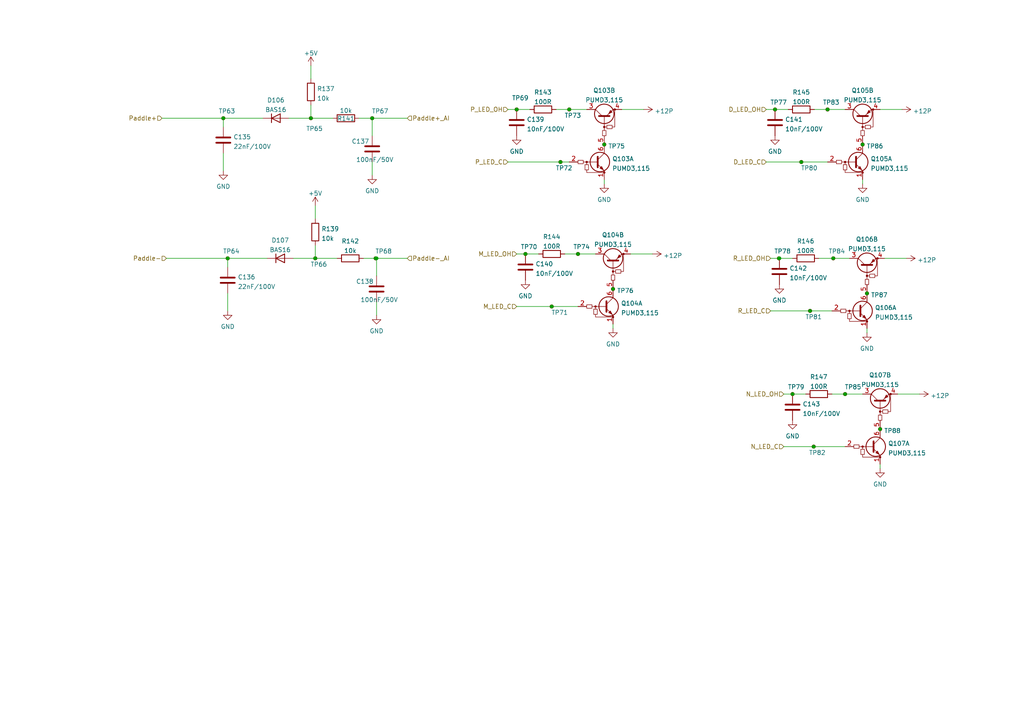
<source format=kicad_sch>
(kicad_sch (version 20211123) (generator eeschema)
  (paper "A4")
  (lib_symbols
    (symbol "C_1" (pin_numbers hide) (pin_names (offset 0.254))
      (property "Reference" "C" (at 0.635 2.54 0))
      (property "Value" "C_1" (at 0.635 -2.54 0))
      (symbol "C_1_0_1"
        (polyline (pts (xy -2.032 -0.762) (xy 2.032 -0.762)) (stroke (width 0.508)))
        (polyline (pts (xy -2.032 0.762) (xy 2.032 0.762)) (stroke (width 0.508)))
      )
      (symbol "C_1_1_1"
        (pin passive line (at 0 3.81 270) (length 2.794) (name "~") (number "1"))
        (pin passive line (at 0 -3.81 90) (length 2.794) (name "~") (number "2"))
      )
    )
    (symbol "C_2" (pin_numbers hide) (pin_names (offset 0.254))
      (property "Reference" "C" (at 0.635 2.54 0))
      (property "Value" "C_2" (at 0.635 -2.54 0))
      (symbol "C_2_0_1"
        (polyline (pts (xy -2.032 -0.762) (xy 2.032 -0.762)) (stroke (width 0.508)))
        (polyline (pts (xy -2.032 0.762) (xy 2.032 0.762)) (stroke (width 0.508)))
      )
      (symbol "C_2_1_1"
        (pin passive line (at 0 3.81 270) (length 2.794) (name "~") (number "1"))
        (pin passive line (at 0 -3.81 90) (length 2.794) (name "~") (number "2"))
      )
    )
    (symbol "C_5" (pin_numbers hide) (pin_names (offset 0.254))
      (property "Reference" "C" (at 0.635 2.54 0))
      (property "Value" "C_5" (at 0.635 -2.54 0))
      (symbol "C_5_0_1"
        (polyline (pts (xy -2.032 -0.762) (xy 2.032 -0.762)) (stroke (width 0.508)))
        (polyline (pts (xy -2.032 0.762) (xy 2.032 0.762)) (stroke (width 0.508)))
      )
      (symbol "C_5_1_1"
        (pin passive line (at 0 3.81 270) (length 2.794) (name "~") (number "1"))
        (pin passive line (at 0 -3.81 90) (length 2.794) (name "~") (number "2"))
      )
    )
    (symbol "C_6" (pin_numbers hide) (pin_names (offset 0.254))
      (property "Reference" "C" (at 0.635 2.54 0))
      (property "Value" "C_6" (at 0.635 -2.54 0))
      (symbol "C_6_0_1"
        (polyline (pts (xy -2.032 -0.762) (xy 2.032 -0.762)) (stroke (width 0.508)))
        (polyline (pts (xy -2.032 0.762) (xy 2.032 0.762)) (stroke (width 0.508)))
      )
      (symbol "C_6_1_1"
        (pin passive line (at 0 3.81 270) (length 2.794) (name "~") (number "1"))
        (pin passive line (at 0 -3.81 90) (length 2.794) (name "~") (number "2"))
      )
    )
    (symbol "C_7" (pin_numbers hide) (pin_names (offset 0.254))
      (property "Reference" "C" (at 0.635 2.54 0))
      (property "Value" "C_7" (at 0.635 -2.54 0))
      (symbol "C_7_0_1"
        (polyline (pts (xy -2.032 -0.762) (xy 2.032 -0.762)) (stroke (width 0.508)))
        (polyline (pts (xy -2.032 0.762) (xy 2.032 0.762)) (stroke (width 0.508)))
      )
      (symbol "C_7_1_1"
        (pin passive line (at 0 3.81 270) (length 2.794) (name "~") (number "1"))
        (pin passive line (at 0 -3.81 90) (length 2.794) (name "~") (number "2"))
      )
    )
    (symbol "C_8" (pin_numbers hide) (pin_names (offset 0.254))
      (property "Reference" "C" (at 0.635 2.54 0))
      (property "Value" "C_8" (at 0.635 -2.54 0))
      (symbol "C_8_0_1"
        (polyline (pts (xy -2.032 -0.762) (xy 2.032 -0.762)) (stroke (width 0.508)))
        (polyline (pts (xy -2.032 0.762) (xy 2.032 0.762)) (stroke (width 0.508)))
      )
      (symbol "C_8_1_1"
        (pin passive line (at 0 3.81 270) (length 2.794) (name "~") (number "1"))
        (pin passive line (at 0 -3.81 90) (length 2.794) (name "~") (number "2"))
      )
    )
    (symbol "Connector:TestPoint_Small" (pin_numbers hide) (pin_names (offset 0.762) hide)
      (property "Reference" "TP" (at 0 3.81 0))
      (property "Value" "TestPoint_Small" (at 0 2.032 0))
      (symbol "TestPoint_Small_0_1"
        (circle (center 0 0) (radius 0.508))
      )
      (symbol "TestPoint_Small_1_1"
        (pin passive line (at 0 0 90) (length 0) (name "1") (number "1"))
      )
    )
    (symbol "Device:C" (pin_numbers hide) (pin_names (offset 0.254))
      (property "Reference" "C" (at 0.635 2.54 0))
      (property "Value" "C" (at 0.635 -2.54 0))
      (symbol "C_0_1"
        (polyline (pts (xy -2.032 -0.762) (xy 2.032 -0.762)) (stroke (width 0.508)))
        (polyline (pts (xy -2.032 0.762) (xy 2.032 0.762)) (stroke (width 0.508)))
      )
      (symbol "C_1_1"
        (pin passive line (at 0 3.81 270) (length 2.794) (name "~") (number "1"))
        (pin passive line (at 0 -3.81 90) (length 2.794) (name "~") (number "2"))
      )
    )
    (symbol "Device:D" (pin_numbers hide) (pin_names (offset 1.016) hide)
      (property "Reference" "D" (at 0 2.54 0))
      (property "Value" "D" (at 0 -2.54 0))
      (symbol "D_0_1"
        (polyline (pts (xy -1.27 1.27) (xy -1.27 -1.27)) (stroke (width 0.254)))
        (polyline (pts (xy 1.27 0) (xy -1.27 0)))
        (polyline (pts (xy 1.27 1.27) (xy 1.27 -1.27) (xy -1.27 0) (xy 1.27 1.27)) (stroke (width 0.254)))
      )
      (symbol "D_1_1"
        (pin passive line (at -3.81 0 0) (length 2.54) (name "K") (number "1"))
        (pin passive line (at 3.81 0 180) (length 2.54) (name "A") (number "2"))
      )
    )
    (symbol "Device:Q_Dual_NPN_PNP_BRT_E1B1C2E2B2C1" (pin_names hide)
      (property "Reference" "Q" (at 3.81 1.27 0))
      (property "Value" "Q_Dual_NPN_PNP_BRT_E1B1C2E2B2C1" (at 3.81 -1.27 0))
      (symbol "Q_Dual_NPN_PNP_BRT_E1B1C2E2B2C1_0_1"
        (rectangle (start -6.35 0.508) (end -4.826 -0.508))
        (rectangle (start -4.318 -2.286) (end -3.302 -0.762))
        (circle (center -3.81 0) (radius 0.254) (fill (type outline)))
        (polyline (pts (xy -3.81 -0.762) (xy -3.81 0)))
        (polyline (pts (xy -0.762 0) (xy -4.826 0)))
        (polyline (pts (xy -0.635 1.524) (xy -0.635 -1.524)) (stroke (width 0.508)))
        (polyline (pts (xy -3.81 -2.286) (xy -3.81 -3.048) (xy 1.27 -3.048)))
        (circle (center 1.27 -3.048) (radius 0.254) (fill (type outline)))
      )
      (symbol "Q_Dual_NPN_PNP_BRT_E1B1C2E2B2C1_1_1"
        (polyline (pts (xy -0.635 0.635) (xy 1.27 2.54)))
        (polyline (pts (xy -0.635 -0.635) (xy 1.27 -2.54) (xy 1.27 -2.54)))
        (polyline (pts (xy 0 -1.778) (xy 0.508 -1.27) (xy 1.016 -2.286) (xy 0 -1.778) (xy 0 -1.778)) (fill (type outline)))
        (circle (center 0 0) (radius 2.8194) (stroke (width 0.254)))
        (pin passive line (at 1.27 -5.08 90) (length 2.54) (name "E1") (number "1"))
        (pin input line (at -8.89 0 0) (length 2.54) (name "B1") (number "2"))
        (pin passive line (at 1.27 5.08 270) (length 2.54) (name "C1") (number "6"))
      )
      (symbol "Q_Dual_NPN_PNP_BRT_E1B1C2E2B2C1_2_1"
        (polyline (pts (xy -0.635 0.635) (xy 1.27 2.54)))
        (polyline (pts (xy -0.635 -0.635) (xy 1.27 -2.54) (xy 1.27 -2.54)))
        (polyline (pts (xy 1.016 -1.778) (xy 0.508 -2.286) (xy 0 -1.27) (xy 1.016 -1.778) (xy 1.016 -1.778)) (fill (type outline)))
        (circle (center 0 0) (radius 2.8194) (stroke (width 0.254)))
        (pin passive line (at 1.27 5.08 270) (length 2.54) (name "C1") (number "3"))
        (pin passive line (at 1.27 -5.08 90) (length 2.54) (name "E1") (number "4"))
        (pin input line (at -8.89 0 0) (length 2.54) (name "B1") (number "5"))
      )
    )
    (symbol "Device:R" (pin_numbers hide) (pin_names (offset 0))
      (property "Reference" "R" (at 2.032 0 90))
      (property "Value" "R" (at 0 0 90))
      (symbol "R_0_1"
        (rectangle (start -1.016 -2.54) (end 1.016 2.54) (stroke (width 0.254)))
      )
      (symbol "R_1_1"
        (pin passive line (at 0 3.81 270) (length 1.27) (name "~") (number "1"))
        (pin passive line (at 0 -3.81 90) (length 1.27) (name "~") (number "2"))
      )
    )
    (symbol "power:+12P" (power) (pin_names (offset 0))
      (property "Value" "+12P" (at 0 3.556 0))
      (symbol "+12P_0_1"
        (polyline (pts (xy -0.762 1.27) (xy 0 2.54)))
        (polyline (pts (xy 0 0) (xy 0 2.54)))
        (polyline (pts (xy 0 2.54) (xy 0.762 1.27)))
      )
      (symbol "+12P_1_1"
        (pin power_in line (at 0 0 90) (length 0) hide (name "+12P") (number "1"))
      )
    )
    (symbol "power:+5V" (power) (pin_names (offset 0))
      (property "Value" "+5V" (at 0 3.556 0))
      (symbol "+5V_0_1"
        (polyline (pts (xy -0.762 1.27) (xy 0 2.54)))
        (polyline (pts (xy 0 0) (xy 0 2.54)))
        (polyline (pts (xy 0 2.54) (xy 0.762 1.27)))
      )
      (symbol "+5V_1_1"
        (pin power_in line (at 0 0 90) (length 0) hide (name "+5V") (number "1"))
      )
    )
    (symbol "power:GND" (power) (pin_names (offset 0))
      (property "Value" "GND" (at 0 -3.81 0))
      (symbol "GND_0_1"
        (polyline (pts (xy 0 0) (xy 0 -1.27) (xy 1.27 -1.27) (xy 0 -2.54) (xy -1.27 -1.27) (xy 0 -1.27)))
      )
      (symbol "GND_1_1"
        (pin power_in line (at 0 0 270) (length 0) hide (name "GND") (number "1"))
      )
    )
  )
  (junction (at 224.79 31.75))
  (junction (at 232.41 46.99))
  (junction (at 241.6842 74.93))
  (junction (at 175.26 41.91))
  (junction (at 162.56 46.99))
  (junction (at 240.03 31.75))
  (junction (at 167.64 73.66))
  (junction (at 251.46 85.09))
  (junction (at 229.87 114.3))
  (junction (at 245.11 114.3))
  (junction (at 64.77 34.29))
  (junction (at 160.02 88.9))
  (junction (at 177.8 83.82))
  (junction (at 250.19 41.91))
  (junction (at 165.1 31.75))
  (junction (at 234.95 90.17))
  (junction (at 152.4 73.66))
  (junction (at 107.95 34.29))
  (junction (at 91.44 74.93))
  (junction (at 236.0066 129.54))
  (junction (at 90.17 34.29))
  (junction (at 226.06 74.93))
  (junction (at 225.9339 74.93))
  (junction (at 66.04 74.93))
  (junction (at 255.27 124.46))
  (junction (at 149.86 31.75))
  (junction (at 108.9564 74.93))
  (junction (at 109.22 74.93))
  (wire (pts (xy 226.06 74.93) (xy 229.87 74.93)))
  (wire (pts (xy 255.27 134.62) (xy 255.27 135.89)))
  (wire (pts (xy 66.04 85.09) (xy 66.04 90.17)))
  (wire (pts (xy 90.17 30.48) (xy 90.17 34.29)))
  (wire (pts (xy 83.82 34.29) (xy 90.17 34.29)))
  (wire (pts (xy 90.17 34.29) (xy 96.52 34.29)))
  (wire (pts (xy 256.54 74.93) (xy 262.89 74.93)))
  (wire (pts (xy 109.22 74.93) (xy 118.11 74.93)))
  (wire (pts (xy 236.22 31.75) (xy 240.03 31.75)))
  (wire (pts (xy 240.03 31.75) (xy 245.11 31.75)))
  (wire (pts (xy 229.87 114.3) (xy 233.68 114.3)))
  (wire (pts (xy 64.77 44.45) (xy 64.77 49.53)))
  (wire (pts (xy 182.88 73.66) (xy 189.23 73.66)))
  (wire (pts (xy 260.35 114.3) (xy 266.7 114.3)))
  (wire (pts (xy 147.32 31.75) (xy 149.86 31.75)))
  (wire (pts (xy 149.86 31.75) (xy 153.67 31.75)))
  (wire (pts (xy 91.44 59.69) (xy 91.44 63.5)))
  (wire (pts (xy 241.3 114.3) (xy 245.11 114.3)))
  (wire (pts (xy 245.11 114.3) (xy 250.19 114.3)))
  (wire (pts (xy 175.26 52.07) (xy 175.26 53.34)))
  (wire (pts (xy 161.29 31.75) (xy 165.1 31.75)))
  (wire (pts (xy 165.1 31.75) (xy 170.18 31.75)))
  (wire (pts (xy 223.52 90.17) (xy 234.95 90.17)))
  (wire (pts (xy 234.95 90.17) (xy 241.3 90.17)))
  (wire (pts (xy 237.49 74.93) (xy 241.6842 74.93)))
  (wire (pts (xy 241.6842 74.93) (xy 246.38 74.93)))
  (wire (pts (xy 149.86 88.9) (xy 160.02 88.9)))
  (wire (pts (xy 160.02 88.9) (xy 167.64 88.9)))
  (wire (pts (xy 90.17 19.05) (xy 90.17 22.86)))
  (wire (pts (xy 66.04 74.93) (xy 66.04 77.47)))
  (wire (pts (xy 149.86 73.66) (xy 152.4 73.66)))
  (wire (pts (xy 64.77 34.29) (xy 64.77 36.83)))
  (wire (pts (xy 64.77 34.29) (xy 76.2 34.29)))
  (wire (pts (xy 227.33 129.54) (xy 236.0066 129.54)))
  (wire (pts (xy 236.0066 129.54) (xy 245.11 129.54)))
  (wire (pts (xy 107.95 34.29) (xy 118.11 34.29)))
  (wire (pts (xy 223.52 74.93) (xy 225.9339 74.93)))
  (wire (pts (xy 225.9339 74.93) (xy 226.06 74.93)))
  (wire (pts (xy 85.09 74.93) (xy 91.44 74.93)))
  (wire (pts (xy 177.8 93.98) (xy 177.8 95.25)))
  (wire (pts (xy 48.26 74.93) (xy 66.04 74.93)))
  (wire (pts (xy 91.44 71.12) (xy 91.44 74.93)))
  (wire (pts (xy 250.19 52.07) (xy 250.19 53.34)))
  (wire (pts (xy 251.46 95.25) (xy 251.46 96.52)))
  (wire (pts (xy 105.41 74.93) (xy 108.9564 74.93)))
  (wire (pts (xy 108.9564 74.93) (xy 109.22 74.93)))
  (wire (pts (xy 46.99 34.29) (xy 64.77 34.29)))
  (wire (pts (xy 104.14 34.29) (xy 107.95 34.29)))
  (wire (pts (xy 107.95 34.29) (xy 107.95 39.37)))
  (wire (pts (xy 255.27 31.75) (xy 261.62 31.75)))
  (wire (pts (xy 227.33 114.3) (xy 229.87 114.3)))
  (wire (pts (xy 224.79 31.75) (xy 228.6 31.75)))
  (wire (pts (xy 163.83 73.66) (xy 167.64 73.66)))
  (wire (pts (xy 167.64 73.66) (xy 172.72 73.66)))
  (wire (pts (xy 147.32 46.99) (xy 162.56 46.99)))
  (wire (pts (xy 162.56 46.99) (xy 165.1 46.99)))
  (wire (pts (xy 152.4 73.66) (xy 156.21 73.66)))
  (wire (pts (xy 222.25 46.99) (xy 232.41 46.99)))
  (wire (pts (xy 232.41 46.99) (xy 240.03 46.99)))
  (wire (pts (xy 109.22 74.93) (xy 109.22 80.01)))
  (wire (pts (xy 66.04 74.93) (xy 77.47 74.93)))
  (wire (pts (xy 91.44 74.93) (xy 97.79 74.93)))
  (wire (pts (xy 180.34 31.75) (xy 186.69 31.75)))
  (wire (pts (xy 107.95 46.99) (xy 107.95 50.8)))
  (wire (pts (xy 222.25 31.75) (xy 224.79 31.75)))
  (wire (pts (xy 109.22 87.63) (xy 109.22 91.44)))
  (hierarchical_label "N_LED_OH" (shape input) (at 227.33 114.3 180))
  (hierarchical_label "P_LED_C" (shape input) (at 147.32 46.99 180))
  (hierarchical_label "M_LED_C" (shape input) (at 149.86 88.9 180))
  (hierarchical_label "Paddle-" (shape input) (at 48.26 74.93 180))
  (hierarchical_label "Paddle-_AI" (shape input) (at 118.11 74.93 0))
  (hierarchical_label "M_LED_OH" (shape input) (at 149.86 73.66 180))
  (hierarchical_label "Paddle+_AI" (shape input) (at 118.11 34.29 0))
  (hierarchical_label "D_LED_C" (shape input) (at 222.25 46.99 180))
  (hierarchical_label "Paddle+" (shape input) (at 46.99 34.29 180))
  (hierarchical_label "R_LED_OH" (shape input) (at 223.52 74.93 180))
  (hierarchical_label "N_LED_C" (shape input) (at 227.33 129.54 180))
  (hierarchical_label "R_LED_C" (shape input) (at 223.52 90.17 180))
  (hierarchical_label "D_LED_OH" (shape input) (at 222.25 31.75 180))
  (hierarchical_label "P_LED_OH" (shape input) (at 147.32 31.75 180))
  (symbol (lib_id "Device:Q_Dual_NPN_PNP_BRT_E1B1C2E2B2C1") (at 176.53 88.9 0) (unit 1)
    (property "Reference" "Q104" (at 180.1113 87.9915 0) (effects (justify left)))
    (property "Value" "PUMD3,115" (at 180.1113 90.7666 0) (effects (justify left)))
    (property "Footprint" "Package_TO_SOT_SMD:SOT-363_SC-70-6" (effects hide))
    (property "Description" "TRANS PREBIAS NPN/PNP 6TSSOP" (effects hide))
    (property "Manufacturer" "Nexperia USA Inc." (effects hide))
    (property "Manufacturer Product Number" "PUMD3,115" (effects hide))
    (property "Descriptions" "TRANS PREBIAS NPN/PNP 6TSSOP" (effects hide))
  )
  (symbol (lib_id "Device:D") (at 80.01 34.29 0) (unit 1)
    (property "Reference" "D106" (at 80.01 29.0535 0))
    (property "Value" "BAS16" (at 80.01 31.8286 0))
    (property "Footprint" "Diode_SMD:D_SOD-123" (effects hide))
    (property "Manufacturer" "Nexperia(安世)" (effects hide))
    (property "Manufacturer Product Number" "BAS16GW" (effects hide))
    (property "Description" "DIODE GEN PURP 100V 215MA SOD123" (effects hide))
    (property "Descriptions" "DIODE GEN PURP 100V 215MA SOD123" (effects hide))
  )
  (symbol (lib_id "Device:Q_Dual_NPN_PNP_BRT_E1B1C2E2B2C1") (at 255.27 115.57 90) (unit 2)
    (property "Reference" "Q107" (at 255.27 108.784 90))
    (property "Value" "PUMD3,115" (at 255.27 111.5591 90))
    (property "Footprint" "Package_TO_SOT_SMD:SOT-363_SC-70-6" (effects hide))
    (property "Description" "TRANS PREBIAS NPN/PNP 6TSSOP" (effects hide))
    (property "Manufacturer" "Nexperia USA Inc." (effects hide))
    (property "Manufacturer Product Number" "PUMD3,115" (effects hide))
    (property "Descriptions" "TRANS PREBIAS NPN/PNP 6TSSOP" (effects hide))
  )
  (symbol (lib_id "Connector:TestPoint_Small") (at 255.27 124.46 180) (unit 1)
    (property "Reference" "TP88" (at 256.413 124.939 0) (effects (justify right)))
    (property "Value" "TestPoint_Small" (effects hide))
    (property "Footprint" "TestPoint:TestPoint_Pad_D1.0mm" (effects hide))
  )
  (symbol (lib_id "power:GND") (at 109.22 91.44 0) (unit 1)
    (property "Reference" "#PWR0160" (effects hide))
    (property "Value" "GND" (at 109.22 96.0024 0))
  )
  (symbol (lib_id "Connector:TestPoint_Small") (at 229.87 114.3 180) (unit 1)
    (property "Reference" "TP79" (at 228.473 112.239 0) (effects (justify right)))
    (property "Value" "TestPoint_Small" (effects hide))
    (property "Footprint" "TestPoint:TestPoint_Pad_D1.0mm" (effects hide))
  )
  (symbol (lib_id "power:+12P") (at 266.7 114.3 270) (unit 1)
    (property "Reference" "#PWR0175" (effects hide))
    (property "Value" "+12P" (at 269.8749 114.779 90) (effects (justify left)))
  )
  (symbol (lib_id "Device:R") (at 157.48 31.75 90) (unit 1)
    (property "Reference" "R143" (at 157.48 26.7675 90))
    (property "Value" "100R" (at 157.48 29.5426 90))
    (property "Footprint" "Resistor_SMD:R_1206_3216Metric" (effects hide))
    (property "Manufacturer" "RESI(开步睿思)" (effects hide))
    (property "Description" "RES 100R 1% 1/4W 1206" (effects hide))
    (property "Manufacturer Product Number" "AECR1206F100RK9" (effects hide))
    (property "Descriptions" "RES 100R 1% 1/4W 1206" (effects hide))
  )
  (symbol (lib_id "Connector:TestPoint_Small") (at 64.77 34.29 180) (unit 1)
    (property "Reference" "TP63" (at 63.373 32.229 0) (effects (justify right)))
    (property "Value" "TestPoint_Small" (effects hide))
    (property "Footprint" "TestPoint:TestPoint_Pad_D1.0mm" (effects hide))
  )
  (symbol (lib_id "Connector:TestPoint_Small") (at 236.0066 129.54 180) (unit 1)
    (property "Reference" "TP82" (at 234.6096 131.289 0) (effects (justify right)))
    (property "Value" "TestPoint_Small" (effects hide))
    (property "Footprint" "TestPoint:TestPoint_Pad_D1.0mm" (effects hide))
  )
  (symbol (lib_id "power:GND") (at 229.87 121.92 0) (unit 1)
    (property "Reference" "#PWR0169" (effects hide))
    (property "Value" "GND" (at 229.87 126.4824 0))
  )
  (symbol (lib_id "power:GND") (at 251.46 96.52 0) (unit 1)
    (property "Reference" "#PWR0171" (effects hide))
    (property "Value" "GND" (at 251.46 101.0824 0))
  )
  (symbol (lib_id "Device:D") (at 81.28 74.93 0) (unit 1)
    (property "Reference" "D107" (at 81.28 69.6935 0))
    (property "Value" "BAS16" (at 81.28 72.4686 0))
    (property "Footprint" "Diode_SMD:D_SOD-123" (effects hide))
    (property "Manufacturer" "Nexperia(安世)" (effects hide))
    (property "Manufacturer Product Number" "BAS16GW" (effects hide))
    (property "Description" "DIODE GEN PURP 100V 215MA SOD123" (effects hide))
    (property "Descriptions" "DIODE GEN PURP 100V 215MA SOD123" (effects hide))
  )
  (symbol (lib_id "Device:Q_Dual_NPN_PNP_BRT_E1B1C2E2B2C1") (at 173.99 46.99 0) (unit 1)
    (property "Reference" "Q103" (at 177.5713 46.0815 0) (effects (justify left)))
    (property "Value" "PUMD3,115" (at 177.5713 48.8566 0) (effects (justify left)))
    (property "Footprint" "Package_TO_SOT_SMD:SOT-363_SC-70-6" (effects hide))
    (property "Description" "TRANS PREBIAS NPN/PNP 6TSSOP" (effects hide))
    (property "Manufacturer" "Nexperia USA Inc." (effects hide))
    (property "Manufacturer Product Number" "PUMD3,115" (effects hide))
    (property "Descriptions" "TRANS PREBIAS NPN/PNP 6TSSOP" (effects hide))
  )
  (symbol (lib_id "Connector:TestPoint_Small") (at 225.9339 74.93 180) (unit 1)
    (property "Reference" "TP78" (at 224.5369 72.869 0) (effects (justify right)))
    (property "Value" "TestPoint_Small" (effects hide))
    (property "Footprint" "TestPoint:TestPoint_Pad_D1.0mm" (effects hide))
  )
  (symbol (lib_id "Device:Q_Dual_NPN_PNP_BRT_E1B1C2E2B2C1") (at 251.46 76.2 90) (unit 2)
    (property "Reference" "Q106" (at 251.46 69.414 90))
    (property "Value" "PUMD3,115" (at 251.46 72.1891 90))
    (property "Footprint" "Package_TO_SOT_SMD:SOT-363_SC-70-6" (effects hide))
    (property "Description" "TRANS PREBIAS NPN/PNP 6TSSOP" (effects hide))
    (property "Manufacturer" "Nexperia USA Inc." (effects hide))
    (property "Manufacturer Product Number" "PUMD3,115" (effects hide))
    (property "Descriptions" "TRANS PREBIAS NPN/PNP 6TSSOP" (effects hide))
  )
  (symbol (lib_id "Connector:TestPoint_Small") (at 107.95 34.29 180) (unit 1)
    (property "Reference" "TP67" (at 107.823 32.229 0) (effects (justify right)))
    (property "Value" "TestPoint_Small" (effects hide))
    (property "Footprint" "TestPoint:TestPoint_Pad_D1.0mm" (effects hide))
  )
  (symbol (lib_id "Device:C") (at 229.87 118.11 0) (unit 1)
    (property "Reference" "C143" (at 232.791 117.2015 0) (effects (justify left)))
    (property "Value" "10nF/100V" (at 232.791 119.9766 0) (effects (justify left)))
    (property "Footprint" "Capacitor_SMD:C_0603_1608Metric" (effects hide))
    (property "Manufacturer Product Number" "AC0603KRX7R0BB103" (effects hide))
    (property "Manufacturer" "YAGEO" (effects hide))
    (property "Description" "CAP CER 10nF 100V X7R 0603" (effects hide))
    (property "Descriptions" "CAP CER 10nF 100V X7R 0603" (effects hide))
  )
  (symbol (lib_name "C_5") (lib_id "Device:C") (at 152.4 77.47 0) (unit 1)
    (property "Reference" "C140" (at 155.321 76.5615 0) (effects (justify left)))
    (property "Value" "10nF/100V" (at 155.321 79.3366 0) (effects (justify left)))
    (property "Footprint" "Capacitor_SMD:C_0603_1608Metric" (effects hide))
    (property "Manufacturer Product Number" "AC0603KRX7R0BB103" (effects hide))
    (property "Manufacturer" "YAGEO" (effects hide))
    (property "Description" "CAP CER 10nF 100V X7R 0603" (effects hide))
    (property "Descriptions" "CAP CER 10nF 100V X7R 0603" (effects hide))
  )
  (symbol (lib_name "C_2") (lib_id "Device:C") (at 64.77 40.64 0) (unit 1)
    (property "Reference" "C135" (at 67.691 39.7315 0) (effects (justify left)))
    (property "Value" "22nF/100V" (at 67.691 42.5066 0) (effects (justify left)))
    (property "Footprint" "Capacitor_SMD:C_0603_1608Metric" (effects hide))
    (property "Manufacturer Product Number" "AC0603KRX7R0BB223" (effects hide))
    (property "Manufacturer" "YAGEO" (effects hide))
    (property "Description" "CAP CER 22nF 100V X7R 0603" (effects hide))
    (property "Descriptions" "CAP CER 22nF 100V X7R 0603" (effects hide))
  )
  (symbol (lib_id "power:GND") (at 152.4 81.28 0) (unit 1)
    (property "Reference" "#PWR0162" (effects hide))
    (property "Value" "GND" (at 152.4 85.8424 0))
  )
  (symbol (lib_id "Connector:TestPoint_Small") (at 90.17 34.29 180) (unit 1)
    (property "Reference" "TP65" (at 88.773 37.309 0) (effects (justify right)))
    (property "Value" "TestPoint_Small" (effects hide))
    (property "Footprint" "TestPoint:TestPoint_Pad_D1.0mm" (effects hide))
  )
  (symbol (lib_id "Device:Q_Dual_NPN_PNP_BRT_E1B1C2E2B2C1") (at 254 129.54 0) (unit 1)
    (property "Reference" "Q107" (at 257.5813 128.6315 0) (effects (justify left)))
    (property "Value" "PUMD3,115" (at 257.5813 131.4066 0) (effects (justify left)))
    (property "Footprint" "Package_TO_SOT_SMD:SOT-363_SC-70-6" (effects hide))
    (property "Description" "TRANS PREBIAS NPN/PNP 6TSSOP" (effects hide))
    (property "Manufacturer" "Nexperia USA Inc." (effects hide))
    (property "Manufacturer Product Number" "PUMD3,115" (effects hide))
    (property "Descriptions" "TRANS PREBIAS NPN/PNP 6TSSOP" (effects hide))
  )
  (symbol (lib_id "Connector:TestPoint_Small") (at 234.95 90.17 180) (unit 1)
    (property "Reference" "TP81" (at 233.553 91.919 0) (effects (justify right)))
    (property "Value" "TestPoint_Small" (effects hide))
    (property "Footprint" "TestPoint:TestPoint_Pad_D1.0mm" (effects hide))
  )
  (symbol (lib_id "Device:R") (at 91.44 67.31 180) (unit 1)
    (property "Reference" "R139" (at 93.218 66.4015 0) (effects (justify right)))
    (property "Value" "10k" (at 93.218 69.1766 0) (effects (justify right)))
    (property "Footprint" "Resistor_SMD:R_0603_1608Metric" (effects hide))
    (property "Manufacturer" "RESI(开步睿思)" (effects hide))
    (property "Description" "RES 10k 1% 1/10W 0603" (effects hide))
    (property "Manufacturer Product Number" "AECR0603F10K0K9" (effects hide))
    (property "Descriptions" "RES 10k 1% 1/10W 0603" (effects hide))
  )
  (symbol (lib_id "Connector:TestPoint_Small") (at 160.02 88.9 180) (unit 1)
    (property "Reference" "TP71" (at 159.893 90.649 0) (effects (justify right)))
    (property "Value" "TestPoint_Small" (effects hide))
    (property "Footprint" "TestPoint:TestPoint_Pad_D1.0mm" (effects hide))
  )
  (symbol (lib_id "Connector:TestPoint_Small") (at 240.03 31.75 180) (unit 1)
    (property "Reference" "TP83" (at 238.633 29.689 0) (effects (justify right)))
    (property "Value" "TestPoint_Small" (effects hide))
    (property "Footprint" "TestPoint:TestPoint_Pad_D1.0mm" (effects hide))
  )
  (symbol (lib_id "Connector:TestPoint_Small") (at 66.04 74.93 180) (unit 1)
    (property "Reference" "TP64" (at 64.643 72.869 0) (effects (justify right)))
    (property "Value" "TestPoint_Small" (effects hide))
    (property "Footprint" "TestPoint:TestPoint_Pad_D1.0mm" (effects hide))
  )
  (symbol (lib_id "power:GND") (at 64.77 49.53 0) (unit 1)
    (property "Reference" "#PWR0153" (effects hide))
    (property "Value" "GND" (at 64.77 54.0924 0))
  )
  (symbol (lib_id "power:+12P") (at 261.62 31.75 270) (unit 1)
    (property "Reference" "#PWR0173" (effects hide))
    (property "Value" "+12P" (at 264.7949 32.229 90) (effects (justify left)))
  )
  (symbol (lib_id "Device:R") (at 237.49 114.3 90) (unit 1)
    (property "Reference" "R147" (at 237.49 109.3175 90))
    (property "Value" "100R" (at 237.49 112.0926 90))
    (property "Footprint" "Resistor_SMD:R_1206_3216Metric" (effects hide))
    (property "Manufacturer" "RESI(开步睿思)" (effects hide))
    (property "Description" "RES 100R 1% 1/4W 1206" (effects hide))
    (property "Manufacturer Product Number" "AECR1206F100RK9" (effects hide))
    (property "Descriptions" "RES 100R 1% 1/4W 1206" (effects hide))
  )
  (symbol (lib_id "power:GND") (at 149.86 39.37 0) (unit 1)
    (property "Reference" "#PWR0161" (effects hide))
    (property "Value" "GND" (at 149.86 43.9324 0))
  )
  (symbol (lib_id "Connector:TestPoint_Small") (at 175.26 41.91 180) (unit 1)
    (property "Reference" "TP75" (at 176.403 42.389 0) (effects (justify right)))
    (property "Value" "TestPoint_Small" (effects hide))
    (property "Footprint" "TestPoint:TestPoint_Pad_D1.0mm" (effects hide))
  )
  (symbol (lib_id "Connector:TestPoint_Small") (at 167.64 73.66 180) (unit 1)
    (property "Reference" "TP74" (at 166.243 71.599 0) (effects (justify right)))
    (property "Value" "TestPoint_Small" (effects hide))
    (property "Footprint" "TestPoint:TestPoint_Pad_D1.0mm" (effects hide))
  )
  (symbol (lib_id "Connector:TestPoint_Small") (at 108.9564 74.93 180) (unit 1)
    (property "Reference" "TP68" (at 108.8294 72.869 0) (effects (justify right)))
    (property "Value" "TestPoint_Small" (effects hide))
    (property "Footprint" "TestPoint:TestPoint_Pad_D1.0mm" (effects hide))
  )
  (symbol (lib_id "Connector:TestPoint_Small") (at 177.8 83.82 180) (unit 1)
    (property "Reference" "TP76" (at 178.943 84.299 0) (effects (justify right)))
    (property "Value" "TestPoint_Small" (effects hide))
    (property "Footprint" "TestPoint:TestPoint_Pad_D1.0mm" (effects hide))
  )
  (symbol (lib_id "power:GND") (at 255.27 135.89 0) (unit 1)
    (property "Reference" "#PWR0172" (effects hide))
    (property "Value" "GND" (at 255.27 140.4524 0))
  )
  (symbol (lib_id "power:GND") (at 250.19 53.34 0) (unit 1)
    (property "Reference" "#PWR0170" (effects hide))
    (property "Value" "GND" (at 250.19 57.9024 0))
  )
  (symbol (lib_id "Device:R") (at 233.68 74.93 90) (unit 1)
    (property "Reference" "R146" (at 233.68 69.9475 90))
    (property "Value" "100R" (at 233.68 72.7226 90))
    (property "Footprint" "Resistor_SMD:R_1206_3216Metric" (effects hide))
    (property "Manufacturer" "RESI(开步睿思)" (effects hide))
    (property "Description" "RES 100R 1% 1/4W 1206" (effects hide))
    (property "Manufacturer Product Number" "AECR1206F100RK9" (effects hide))
    (property "Descriptions" "RES 100R 1% 1/4W 1206" (effects hide))
  )
  (symbol (lib_id "Device:R") (at 101.6 74.93 270) (unit 1)
    (property "Reference" "R142" (at 101.6 69.9475 90))
    (property "Value" "10k" (at 101.6 72.7226 90))
    (property "Footprint" "Resistor_SMD:R_0603_1608Metric" (effects hide))
    (property "Manufacturer" "RESI(开步睿思)" (effects hide))
    (property "Description" "RES 10k 1% 1/10W 0603" (effects hide))
    (property "Manufacturer Product Number" "AECR0603F10K0K9" (effects hide))
    (property "Descriptions" "RES 10k 1% 1/10W 0603" (effects hide))
  )
  (symbol (lib_id "power:GND") (at 226.06 82.55 0) (unit 1)
    (property "Reference" "#PWR0168" (effects hide))
    (property "Value" "GND" (at 226.06 87.1124 0))
  )
  (symbol (lib_id "power:GND") (at 107.95 50.8 0) (unit 1)
    (property "Reference" "#PWR0159" (effects hide))
    (property "Value" "GND" (at 107.95 55.3624 0))
  )
  (symbol (lib_id "Connector:TestPoint_Small") (at 250.19 41.91 180) (unit 1)
    (property "Reference" "TP86" (at 251.333 42.389 0) (effects (justify right)))
    (property "Value" "TestPoint_Small" (effects hide))
    (property "Footprint" "TestPoint:TestPoint_Pad_D1.0mm" (effects hide))
  )
  (symbol (lib_id "power:GND") (at 224.79 39.37 0) (unit 1)
    (property "Reference" "#PWR0167" (effects hide))
    (property "Value" "GND" (at 224.79 43.9324 0))
  )
  (symbol (lib_id "Device:R") (at 100.33 34.29 270) (unit 1)
    (property "Reference" "R141" (at 100.33 34.3875 90))
    (property "Value" "10k" (at 100.33 32.0826 90))
    (property "Footprint" "Resistor_SMD:R_0603_1608Metric" (effects hide))
    (property "Manufacturer" "RESI(开步睿思)" (effects hide))
    (property "Description" "RES 10k 1% 1/10W 0603" (effects hide))
    (property "Manufacturer Product Number" "AECR0603F10K0K9" (effects hide))
    (property "Descriptions" "RES 10k 1% 1/10W 0603" (effects hide))
  )
  (symbol (lib_id "Device:R") (at 160.02 73.66 90) (unit 1)
    (property "Reference" "R144" (at 160.02 68.6775 90))
    (property "Value" "100R" (at 160.02 71.4526 90))
    (property "Footprint" "Resistor_SMD:R_1206_3216Metric" (effects hide))
    (property "Manufacturer" "RESI(开步睿思)" (effects hide))
    (property "Description" "RES 100R 1% 1/4W 1206" (effects hide))
    (property "Manufacturer Product Number" "AECR1206F100RK9" (effects hide))
    (property "Descriptions" "RES 100R 1% 1/4W 1206" (effects hide))
  )
  (symbol (lib_id "Connector:TestPoint_Small") (at 232.41 46.99 180) (unit 1)
    (property "Reference" "TP80" (at 232.283 48.739 0) (effects (justify right)))
    (property "Value" "TestPoint_Small" (effects hide))
    (property "Footprint" "TestPoint:TestPoint_Pad_D1.0mm" (effects hide))
  )
  (symbol (lib_name "C_7") (lib_id "Device:C") (at 109.22 83.82 0) (unit 1)
    (property "Reference" "C138" (at 103.251 81.6415 0) (effects (justify left)))
    (property "Value" "100nF/50V" (at 104.521 86.9566 0) (effects (justify left)))
    (property "Footprint" "Capacitor_SMD:C_0603_1608Metric" (effects hide))
    (property "Manufacturer Product Number" " AC0603KRX7R9BB104" (effects hide))
    (property "Manufacturer" "YAGEO" (effects hide))
    (property "Description" "CAP CER 100nF 50V X7R 0603" (effects hide))
    (property "Descriptions" "CAP CER 100nF 50V X7R 0603" (effects hide))
  )
  (symbol (lib_id "power:GND") (at 175.26 53.34 0) (unit 1)
    (property "Reference" "#PWR0163" (effects hide))
    (property "Value" "GND" (at 175.26 57.9024 0))
  )
  (symbol (lib_id "Connector:TestPoint_Small") (at 251.46 85.09 180) (unit 1)
    (property "Reference" "TP87" (at 252.603 85.569 0) (effects (justify right)))
    (property "Value" "TestPoint_Small" (effects hide))
    (property "Footprint" "TestPoint:TestPoint_Pad_D1.0mm" (effects hide))
  )
  (symbol (lib_id "power:+5V") (at 90.17 19.05 0) (unit 1)
    (property "Reference" "#PWR0155" (effects hide))
    (property "Value" "+5V" (at 90.17 15.4455 0))
  )
  (symbol (lib_id "Device:R") (at 232.41 31.75 90) (unit 1)
    (property "Reference" "R145" (at 232.41 26.7675 90))
    (property "Value" "100R" (at 232.41 29.5426 90))
    (property "Footprint" "Resistor_SMD:R_1206_3216Metric" (effects hide))
    (property "Manufacturer" "RESI(开步睿思)" (effects hide))
    (property "Description" "RES 100R 1% 1/4W 1206" (effects hide))
    (property "Manufacturer Product Number" "AECR1206F100RK9" (effects hide))
    (property "Descriptions" "RES 100R 1% 1/4W 1206" (effects hide))
  )
  (symbol (lib_id "Connector:TestPoint_Small") (at 162.56 46.99 180) (unit 1)
    (property "Reference" "TP72" (at 161.163 48.739 0) (effects (justify right)))
    (property "Value" "TestPoint_Small" (effects hide))
    (property "Footprint" "TestPoint:TestPoint_Pad_D1.0mm" (effects hide))
  )
  (symbol (lib_name "C_1") (lib_id "Device:C") (at 66.04 81.28 0) (unit 1)
    (property "Reference" "C136" (at 68.961 80.3715 0) (effects (justify left)))
    (property "Value" "22nF/100V" (at 68.961 83.1466 0) (effects (justify left)))
    (property "Footprint" "Capacitor_SMD:C_0603_1608Metric" (effects hide))
    (property "Manufacturer Product Number" "AC0603KRX7R0BB223" (effects hide))
    (property "Manufacturer" "YAGEO" (effects hide))
    (property "Description" "CAP CER 22nF 100V X7R 0603" (effects hide))
    (property "Descriptions" "CAP CER 22nF 100V X7R 0603" (effects hide))
  )
  (symbol (lib_id "Device:Q_Dual_NPN_PNP_BRT_E1B1C2E2B2C1") (at 250.19 90.17 0) (unit 1)
    (property "Reference" "Q106" (at 253.7713 89.2615 0) (effects (justify left)))
    (property "Value" "PUMD3,115" (at 253.7713 92.0366 0) (effects (justify left)))
    (property "Footprint" "Package_TO_SOT_SMD:SOT-363_SC-70-6" (effects hide))
    (property "Description" "TRANS PREBIAS NPN/PNP 6TSSOP" (effects hide))
    (property "Manufacturer" "Nexperia USA Inc." (effects hide))
    (property "Manufacturer Product Number" "PUMD3,115" (effects hide))
    (property "Descriptions" "TRANS PREBIAS NPN/PNP 6TSSOP" (effects hide))
  )
  (symbol (lib_id "Connector:TestPoint_Small") (at 224.79 31.75 180) (unit 1)
    (property "Reference" "TP77" (at 223.393 29.689 0) (effects (justify right)))
    (property "Value" "TestPoint_Small" (effects hide))
    (property "Footprint" "TestPoint:TestPoint_Pad_D1.0mm" (effects hide))
  )
  (symbol (lib_name "C_7") (lib_id "Device:C") (at 107.95 43.18 0) (unit 1)
    (property "Reference" "C137" (at 101.981 41.0015 0) (effects (justify left)))
    (property "Value" "100nF/50V" (at 103.251 46.3166 0) (effects (justify left)))
    (property "Footprint" "Capacitor_SMD:C_0603_1608Metric" (effects hide))
    (property "Manufacturer Product Number" " AC0603KRX7R9BB104" (effects hide))
    (property "Manufacturer" "YAGEO" (effects hide))
    (property "Description" "CAP CER 100nF 50V X7R 0603" (effects hide))
    (property "Descriptions" "CAP CER 100nF 50V X7R 0603" (effects hide))
  )
  (symbol (lib_id "Connector:TestPoint_Small") (at 165.1 31.75 180) (unit 1)
    (property "Reference" "TP73" (at 163.703 33.499 0) (effects (justify right)))
    (property "Value" "TestPoint_Small" (effects hide))
    (property "Footprint" "TestPoint:TestPoint_Pad_D1.0mm" (effects hide))
  )
  (symbol (lib_id "power:GND") (at 66.04 90.17 0) (unit 1)
    (property "Reference" "#PWR0154" (effects hide))
    (property "Value" "GND" (at 66.04 94.7324 0))
  )
  (symbol (lib_id "Device:Q_Dual_NPN_PNP_BRT_E1B1C2E2B2C1") (at 250.19 33.02 90) (unit 2)
    (property "Reference" "Q105" (at 250.19 26.234 90))
    (property "Value" "PUMD3,115" (at 250.19 29.0091 90))
    (property "Footprint" "Package_TO_SOT_SMD:SOT-363_SC-70-6" (effects hide))
    (property "Description" "TRANS PREBIAS NPN/PNP 6TSSOP" (effects hide))
    (property "Manufacturer" "Nexperia USA Inc." (effects hide))
    (property "Manufacturer Product Number" "PUMD3,115" (effects hide))
    (property "Descriptions" "TRANS PREBIAS NPN/PNP 6TSSOP" (effects hide))
  )
  (symbol (lib_name "C_6") (lib_id "Device:C") (at 149.86 35.56 0) (unit 1)
    (property "Reference" "C139" (at 152.781 34.6515 0) (effects (justify left)))
    (property "Value" "10nF/100V" (at 152.781 37.4266 0) (effects (justify left)))
    (property "Footprint" "Capacitor_SMD:C_0603_1608Metric" (effects hide))
    (property "Manufacturer Product Number" "AC0603KRX7R0BB103" (effects hide))
    (property "Manufacturer" "YAGEO" (effects hide))
    (property "Description" "CAP CER 10nF 100V X7R 0603" (effects hide))
    (property "Descriptions" "CAP CER 10nF 100V X7R 0603" (effects hide))
  )
  (symbol (lib_name "C_8") (lib_id "Device:C") (at 226.06 78.74 0) (unit 1)
    (property "Reference" "C142" (at 228.981 77.8315 0) (effects (justify left)))
    (property "Value" "10nF/100V" (at 228.981 80.6066 0) (effects (justify left)))
    (property "Footprint" "Capacitor_SMD:C_0603_1608Metric" (effects hide))
    (property "Manufacturer Product Number" "AC0603KRX7R0BB103" (effects hide))
    (property "Manufacturer" "YAGEO" (effects hide))
    (property "Description" "CAP CER 10nF 100V X7R 0603" (effects hide))
    (property "Descriptions" "CAP CER 10nF 100V X7R 0603" (effects hide))
  )
  (symbol (lib_id "Connector:TestPoint_Small") (at 245.11 114.3 180) (unit 1)
    (property "Reference" "TP85" (at 244.983 112.239 0) (effects (justify right)))
    (property "Value" "TestPoint_Small" (effects hide))
    (property "Footprint" "TestPoint:TestPoint_Pad_D1.0mm" (effects hide))
  )
  (symbol (lib_id "Device:Q_Dual_NPN_PNP_BRT_E1B1C2E2B2C1") (at 175.26 33.02 90) (unit 2)
    (property "Reference" "Q103" (at 175.26 26.234 90))
    (property "Value" "PUMD3,115" (at 175.26 29.0091 90))
    (property "Footprint" "Package_TO_SOT_SMD:SOT-363_SC-70-6" (effects hide))
    (property "Description" "TRANS PREBIAS NPN/PNP 6TSSOP" (effects hide))
    (property "Manufacturer" "Nexperia USA Inc." (effects hide))
    (property "Manufacturer Product Number" "PUMD3,115" (effects hide))
    (property "Descriptions" "TRANS PREBIAS NPN/PNP 6TSSOP" (effects hide))
  )
  (symbol (lib_id "Device:R") (at 90.17 26.67 180) (unit 1)
    (property "Reference" "R137" (at 91.948 25.7615 0) (effects (justify right)))
    (property "Value" "10k" (at 91.948 28.5366 0) (effects (justify right)))
    (property "Footprint" "Resistor_SMD:R_0603_1608Metric" (effects hide))
    (property "Manufacturer" "RESI(开步睿思)" (effects hide))
    (property "Description" "RES 10k 1% 1/10W 0603" (effects hide))
    (property "Manufacturer Product Number" "AECR0603F10K0K9" (effects hide))
    (property "Descriptions" "RES 10k 1% 1/10W 0603" (effects hide))
  )
  (symbol (lib_id "power:GND") (at 177.8 95.25 0) (unit 1)
    (property "Reference" "#PWR0164" (effects hide))
    (property "Value" "GND" (at 177.8 99.8124 0))
  )
  (symbol (lib_id "power:+5V") (at 91.44 59.69 0) (unit 1)
    (property "Reference" "#PWR0157" (effects hide))
    (property "Value" "+5V" (at 91.44 56.0855 0))
  )
  (symbol (lib_id "power:+12P") (at 262.89 74.93 270) (unit 1)
    (property "Reference" "#PWR0174" (effects hide))
    (property "Value" "+12P" (at 266.0649 75.409 90) (effects (justify left)))
  )
  (symbol (lib_id "Connector:TestPoint_Small") (at 241.6842 74.93 180) (unit 1)
    (property "Reference" "TP84" (at 240.2872 72.869 0) (effects (justify right)))
    (property "Value" "TestPoint_Small" (effects hide))
    (property "Footprint" "TestPoint:TestPoint_Pad_D1.0mm" (effects hide))
  )
  (symbol (lib_id "power:+12P") (at 189.23 73.66 270) (unit 1)
    (property "Reference" "#PWR0166" (effects hide))
    (property "Value" "+12P" (at 192.4049 74.139 90) (effects (justify left)))
  )
  (symbol (lib_id "power:+12P") (at 186.69 31.75 270) (unit 1)
    (property "Reference" "#PWR0165" (effects hide))
    (property "Value" "+12P" (at 189.8649 32.229 90) (effects (justify left)))
  )
  (symbol (lib_name "C_7") (lib_id "Device:C") (at 224.79 35.56 0) (unit 1)
    (property "Reference" "C141" (at 227.711 34.6515 0) (effects (justify left)))
    (property "Value" "10nF/100V" (at 227.711 37.4266 0) (effects (justify left)))
    (property "Footprint" "Capacitor_SMD:C_0603_1608Metric" (effects hide))
    (property "Manufacturer Product Number" "AC0603KRX7R0BB103" (effects hide))
    (property "Manufacturer" "YAGEO" (effects hide))
    (property "Description" "CAP CER 10nF 100V X7R 0603" (effects hide))
    (property "Descriptions" "CAP CER 10nF 100V X7R 0603" (effects hide))
  )
  (symbol (lib_id "Connector:TestPoint_Small") (at 152.4 73.66 180) (unit 1)
    (property "Reference" "TP70" (at 151.003 71.599 0) (effects (justify right)))
    (property "Value" "TestPoint_Small" (effects hide))
    (property "Footprint" "TestPoint:TestPoint_Pad_D1.0mm" (effects hide))
  )
  (symbol (lib_id "Connector:TestPoint_Small") (at 91.44 74.93 180) (unit 1)
    (property "Reference" "TP66" (at 90.043 76.679 0) (effects (justify right)))
    (property "Value" "TestPoint_Small" (effects hide))
    (property "Footprint" "TestPoint:TestPoint_Pad_D1.0mm" (effects hide))
  )
  (symbol (lib_id "Device:Q_Dual_NPN_PNP_BRT_E1B1C2E2B2C1") (at 177.8 74.93 90) (unit 2)
    (property "Reference" "Q104" (at 177.8 68.144 90))
    (property "Value" "PUMD3,115" (at 177.8 70.9191 90))
    (property "Footprint" "Package_TO_SOT_SMD:SOT-363_SC-70-6" (effects hide))
    (property "Description" "TRANS PREBIAS NPN/PNP 6TSSOP" (effects hide))
    (property "Manufacturer" "Nexperia USA Inc." (effects hide))
    (property "Manufacturer Product Number" "PUMD3,115" (effects hide))
    (property "Descriptions" "TRANS PREBIAS NPN/PNP 6TSSOP" (effects hide))
  )
  (symbol (lib_id "Connector:TestPoint_Small") (at 149.86 31.75 180) (unit 1)
    (property "Reference" "TP69" (at 148.463 28.419 0) (effects (justify right)))
    (property "Value" "TestPoint_Small" (effects hide))
    (property "Footprint" "TestPoint:TestPoint_Pad_D1.0mm" (effects hide))
  )
  (symbol (lib_id "Device:Q_Dual_NPN_PNP_BRT_E1B1C2E2B2C1") (at 248.92 46.99 0) (unit 1)
    (property "Reference" "Q105" (at 252.5013 46.0815 0) (effects (justify left)))
    (property "Value" "PUMD3,115" (at 252.5013 48.8566 0) (effects (justify left)))
    (property "Footprint" "Package_TO_SOT_SMD:SOT-363_SC-70-6" (effects hide))
    (property "Description" "TRANS PREBIAS NPN/PNP 6TSSOP" (effects hide))
    (property "Manufacturer" "Nexperia USA Inc." (effects hide))
    (property "Manufacturer Product Number" "PUMD3,115" (effects hide))
    (property "Descriptions" "TRANS PREBIAS NPN/PNP 6TSSOP" (effects hide))
  )
)
</source>
